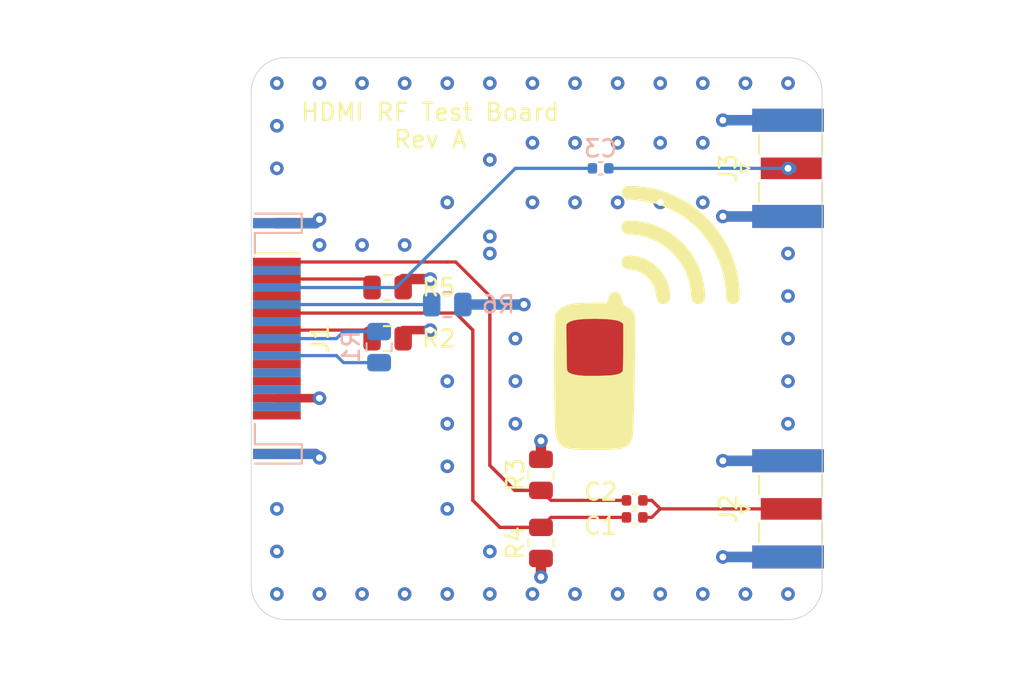
<source format=kicad_pcb>
(kicad_pcb (version 20171130) (host pcbnew 5.1.10-1.fc33)

  (general
    (thickness 1.6)
    (drawings 9)
    (tracks 130)
    (zones 0)
    (modules 13)
    (nets 22)
  )

  (page A4)
  (title_block
    (title "HDMI RF Test Fixture")
    (date 2021-08-29)
    (rev A)
    (company "Mobilinkd LLC")
  )

  (layers
    (0 F.Cu signal)
    (1 In1.Cu power hide)
    (2 In2.Cu power hide)
    (31 B.Cu signal)
    (32 B.Adhes user)
    (33 F.Adhes user)
    (34 B.Paste user)
    (35 F.Paste user)
    (36 B.SilkS user)
    (37 F.SilkS user)
    (38 B.Mask user)
    (39 F.Mask user)
    (40 Dwgs.User user)
    (41 Cmts.User user)
    (42 Eco1.User user)
    (43 Eco2.User user)
    (44 Edge.Cuts user)
    (45 Margin user)
    (46 B.CrtYd user)
    (47 F.CrtYd user)
    (48 B.Fab user)
    (49 F.Fab user)
  )

  (setup
    (last_trace_width 0.25)
    (user_trace_width 0.19)
    (user_trace_width 0.5)
    (user_trace_width 0.61)
    (trace_clearance 0.2)
    (zone_clearance 0.508)
    (zone_45_only no)
    (trace_min 0.15)
    (via_size 0.8)
    (via_drill 0.4)
    (via_min_size 0.4)
    (via_min_drill 0.3)
    (uvia_size 0.3)
    (uvia_drill 0.1)
    (uvias_allowed no)
    (uvia_min_size 0.2)
    (uvia_min_drill 0.1)
    (edge_width 0.05)
    (segment_width 0.2)
    (pcb_text_width 0.3)
    (pcb_text_size 1.5 1.5)
    (mod_edge_width 0.12)
    (mod_text_size 1 1)
    (mod_text_width 0.15)
    (pad_size 1.524 1.524)
    (pad_drill 0.762)
    (pad_to_mask_clearance 0)
    (aux_axis_origin 0 0)
    (visible_elements FFFFFF7F)
    (pcbplotparams
      (layerselection 0x010fc_ffffffff)
      (usegerberextensions false)
      (usegerberattributes true)
      (usegerberadvancedattributes true)
      (creategerberjobfile true)
      (excludeedgelayer true)
      (linewidth 0.100000)
      (plotframeref false)
      (viasonmask false)
      (mode 1)
      (useauxorigin false)
      (hpglpennumber 1)
      (hpglpenspeed 20)
      (hpglpendiameter 15.000000)
      (psnegative false)
      (psa4output false)
      (plotreference true)
      (plotvalue true)
      (plotinvisibletext false)
      (padsonsilk false)
      (subtractmaskfromsilk false)
      (outputformat 1)
      (mirror false)
      (drillshape 0)
      (scaleselection 1)
      (outputdirectory "Gerbers"))
  )

  (net 0 "")
  (net 1 "Net-(C1-Pad1)")
  (net 2 "Net-(C3-Pad2)")
  (net 3 "Net-(C3-Pad1)")
  (net 4 "Net-(J1-Pad18)")
  (net 5 "Net-(J1-Pad16)")
  (net 6 "Net-(J1-Pad14)")
  (net 7 "Net-(J1-Pad12)")
  (net 8 "Net-(J1-Pad10)")
  (net 9 "Net-(J1-Pad8)")
  (net 10 "Net-(J1-Pad6)")
  (net 11 "Net-(J1-Pad2)")
  (net 12 "Net-(J1-Pad19)")
  (net 13 GND)
  (net 14 "Net-(J1-Pad15)")
  (net 15 "Net-(J1-Pad13)")
  (net 16 "Net-(J1-Pad11)")
  (net 17 "Net-(J1-Pad9)")
  (net 18 "Net-(J1-Pad5)")
  (net 19 "Net-(J1-Pad3)")
  (net 20 /rfin+)
  (net 21 /rfin-)

  (net_class Default "This is the default net class."
    (clearance 0.2)
    (trace_width 0.25)
    (via_dia 0.8)
    (via_drill 0.4)
    (uvia_dia 0.3)
    (uvia_drill 0.1)
    (add_net /rfin+)
    (add_net /rfin-)
    (add_net GND)
    (add_net "Net-(C1-Pad1)")
    (add_net "Net-(C3-Pad1)")
    (add_net "Net-(C3-Pad2)")
    (add_net "Net-(J1-Pad10)")
    (add_net "Net-(J1-Pad11)")
    (add_net "Net-(J1-Pad12)")
    (add_net "Net-(J1-Pad13)")
    (add_net "Net-(J1-Pad14)")
    (add_net "Net-(J1-Pad15)")
    (add_net "Net-(J1-Pad16)")
    (add_net "Net-(J1-Pad18)")
    (add_net "Net-(J1-Pad19)")
    (add_net "Net-(J1-Pad2)")
    (add_net "Net-(J1-Pad3)")
    (add_net "Net-(J1-Pad5)")
    (add_net "Net-(J1-Pad6)")
    (add_net "Net-(J1-Pad8)")
    (add_net "Net-(J1-Pad9)")
  )

  (module serdes-rf-pmod:Mobilinkd_Logo locked (layer F.Cu) (tedit 5EB206C8) (tstamp 612C80E0)
    (at 140 84)
    (fp_text reference G1 (at 0 0) (layer F.SilkS) hide
      (effects (font (size 1.524 1.524) (thickness 0.3)))
    )
    (fp_text value LOGO (at 0.75 0) (layer F.SilkS) hide
      (effects (font (size 1.524 1.524) (thickness 0.3)))
    )
    (fp_poly (pts (xy -0.020434 -1.712979) (xy 0.07277 -1.671183) (xy 0.141089 -1.60933) (xy 0.151669 -1.593241)
      (xy 0.170656 -1.550801) (xy 0.19755 -1.47757) (xy 0.228887 -1.383533) (xy 0.261206 -1.278678)
      (xy 0.263765 -1.27) (xy 0.29954 -1.151911) (xy 0.330336 -1.066275) (xy 0.362268 -1.004692)
      (xy 0.40145 -0.958762) (xy 0.453997 -0.920082) (xy 0.526022 -0.880253) (xy 0.560041 -0.862933)
      (xy 0.726866 -0.760268) (xy 0.859432 -0.638937) (xy 0.955645 -0.50141) (xy 1.01341 -0.35016)
      (xy 1.01976 -0.320633) (xy 1.024182 -0.273887) (xy 1.027584 -0.187704) (xy 1.030014 -0.064966)
      (xy 1.031519 0.091443) (xy 1.032144 0.278643) (xy 1.031938 0.493749) (xy 1.030946 0.733878)
      (xy 1.029217 0.99615) (xy 1.026796 1.27768) (xy 1.023731 1.575586) (xy 1.020069 1.886986)
      (xy 1.015856 2.208996) (xy 1.011139 2.538735) (xy 1.005966 2.873319) (xy 1.000383 3.209866)
      (xy 0.994437 3.545493) (xy 0.988175 3.877318) (xy 0.981645 4.202458) (xy 0.974891 4.518031)
      (xy 0.967963 4.821153) (xy 0.960906 5.108942) (xy 0.953768 5.378515) (xy 0.946595 5.62699)
      (xy 0.939435 5.851484) (xy 0.932334 6.049115) (xy 0.925339 6.217) (xy 0.918497 6.352256)
      (xy 0.911855 6.452) (xy 0.909054 6.483431) (xy 0.877381 6.715727) (xy 0.830549 6.911384)
      (xy 0.765333 7.073513) (xy 0.678509 7.205221) (xy 0.566851 7.30962) (xy 0.427134 7.389818)
      (xy 0.256132 7.448925) (xy 0.050621 7.490051) (xy -0.159523 7.513687) (xy -0.240393 7.518357)
      (xy -0.35778 7.522317) (xy -0.505877 7.52557) (xy -0.678874 7.528119) (xy -0.870962 7.529965)
      (xy -1.076332 7.531111) (xy -1.289175 7.531559) (xy -1.503682 7.531313) (xy -1.714044 7.530375)
      (xy -1.914453 7.528747) (xy -2.099098 7.526432) (xy -2.262171 7.523432) (xy -2.397863 7.51975)
      (xy -2.500364 7.515388) (xy -2.541032 7.512655) (xy -2.785302 7.481965) (xy -2.993279 7.432742)
      (xy -3.167284 7.363808) (xy -3.309639 7.273981) (xy -3.422664 7.162083) (xy -3.50868 7.026933)
      (xy -3.512745 7.018654) (xy -3.55272 6.917169) (xy -3.591068 6.7852) (xy -3.624945 6.63458)
      (xy -3.651504 6.477142) (xy -3.660787 6.402917) (xy -3.666645 6.32817) (xy -3.672345 6.214365)
      (xy -3.677856 6.064777) (xy -3.683146 5.882681) (xy -3.688182 5.671352) (xy -3.692934 5.434066)
      (xy -3.697369 5.174096) (xy -3.701456 4.89472) (xy -3.705162 4.599211) (xy -3.708457 4.290844)
      (xy -3.711309 3.972896) (xy -3.713685 3.64864) (xy -3.715555 3.321352) (xy -3.716885 2.994306)
      (xy -3.717646 2.670779) (xy -3.717804 2.354046) (xy -3.717328 2.04738) (xy -3.716186 1.754058)
      (xy -3.714348 1.477354) (xy -3.71178 1.220543) (xy -3.711347 1.185334) (xy -3.698684 0.179917)
      (xy -3.012017 0.179917) (xy -2.997129 1.502834) (xy -2.993972 1.775254) (xy -2.991022 2.00856)
      (xy -2.98816 2.205969) (xy -2.985269 2.3707) (xy -2.982233 2.50597) (xy -2.978935 2.614997)
      (xy -2.975257 2.701) (xy -2.971082 2.767195) (xy -2.966294 2.8168) (xy -2.960776 2.853034)
      (xy -2.95441 2.879115) (xy -2.947079 2.89826) (xy -2.946328 2.899834) (xy -2.890501 2.969894)
      (xy -2.795189 3.030695) (xy -2.659958 3.082382) (xy -2.484372 3.125104) (xy -2.267998 3.159007)
      (xy -2.137833 3.173334) (xy -2.039208 3.180059) (xy -1.907944 3.184823) (xy -1.750813 3.187725)
      (xy -1.574589 3.188865) (xy -1.386045 3.188345) (xy -1.191951 3.186263) (xy -0.999082 3.18272)
      (xy -0.81421 3.177817) (xy -0.644107 3.171654) (xy -0.495546 3.16433) (xy -0.375299 3.155947)
      (xy -0.290139 3.146604) (xy -0.28575 3.145929) (xy -0.18497 3.129015) (xy -0.090216 3.111324)
      (xy -0.015689 3.095585) (xy 0.010584 3.089014) (xy 0.102144 3.055699) (xy 0.187294 3.011028)
      (xy 0.254976 2.961932) (xy 0.294137 2.915343) (xy 0.296601 2.909713) (xy 0.301422 2.876616)
      (xy 0.306065 2.806023) (xy 0.310492 2.702335) (xy 0.314665 2.569953) (xy 0.318546 2.413279)
      (xy 0.322098 2.236716) (xy 0.325283 2.044663) (xy 0.328062 1.841524) (xy 0.330399 1.631699)
      (xy 0.332255 1.41959) (xy 0.333593 1.209599) (xy 0.334374 1.006127) (xy 0.334561 0.813576)
      (xy 0.334116 0.636348) (xy 0.333001 0.478844) (xy 0.331179 0.345466) (xy 0.328611 0.240615)
      (xy 0.32526 0.168692) (xy 0.321088 0.134101) (xy 0.320462 0.132535) (xy 0.279152 0.086152)
      (xy 0.208189 0.036143) (xy 0.119 -0.01089) (xy 0.023011 -0.048348) (xy -0.008626 -0.057592)
      (xy -0.155849 -0.088721) (xy -0.338248 -0.11471) (xy -0.548967 -0.135457) (xy -0.781149 -0.150859)
      (xy -1.027938 -0.160813) (xy -1.282478 -0.165218) (xy -1.537911 -0.163969) (xy -1.787383 -0.156966)
      (xy -2.024036 -0.144105) (xy -2.241013 -0.125283) (xy -2.431459 -0.100398) (xy -2.467473 -0.094387)
      (xy -2.628138 -0.057816) (xy -2.767804 -0.008986) (xy -2.879433 0.049102) (xy -2.955989 0.113444)
      (xy -2.95681 0.114413) (xy -3.012017 0.179917) (xy -3.698684 0.179917) (xy -3.692018 -0.34925)
      (xy -3.64082 -0.455083) (xy -3.557051 -0.58597) (xy -3.438866 -0.709496) (xy -3.294182 -0.818359)
      (xy -3.174162 -0.885451) (xy -3.061905 -0.93476) (xy -2.942039 -0.976776) (xy -2.81047 -1.012021)
      (xy -2.663107 -1.041019) (xy -2.495855 -1.064294) (xy -2.304621 -1.082367) (xy -2.085312 -1.095763)
      (xy -1.833835 -1.105004) (xy -1.546096 -1.110613) (xy -1.400563 -1.112117) (xy -1.224567 -1.113704)
      (xy -1.062414 -1.115526) (xy -0.918856 -1.117502) (xy -0.798643 -1.119552) (xy -0.706524 -1.121593)
      (xy -0.64725 -1.123546) (xy -0.625574 -1.125325) (xy -0.616903 -1.147123) (xy -0.598141 -1.200493)
      (xy -0.57229 -1.27675) (xy -0.549942 -1.344083) (xy -0.509746 -1.46173) (xy -0.476075 -1.546221)
      (xy -0.444255 -1.605223) (xy -0.40961 -1.646405) (xy -0.367466 -1.677435) (xy -0.336276 -1.694552)
      (xy -0.236266 -1.727012) (xy -0.127216 -1.732372) (xy -0.020434 -1.712979)) (layer F.SilkS) (width 0.01))
    (fp_poly (pts (xy 0.794979 -3.873329) (xy 0.836084 -3.870396) (xy 1.152095 -3.825419) (xy 1.455115 -3.740472)
      (xy 1.743249 -3.616435) (xy 2.014606 -3.454189) (xy 2.267292 -3.254616) (xy 2.371898 -3.155379)
      (xy 2.587208 -2.911713) (xy 2.764012 -2.650476) (xy 2.902443 -2.371395) (xy 3.002634 -2.074197)
      (xy 3.064716 -1.758609) (xy 3.070076 -1.71552) (xy 3.083837 -1.539148) (xy 3.079539 -1.397049)
      (xy 3.056791 -1.285027) (xy 3.022826 -1.2106) (xy 2.945099 -1.122744) (xy 2.842161 -1.060605)
      (xy 2.725524 -1.028831) (xy 2.606696 -1.032071) (xy 2.589915 -1.035736) (xy 2.490434 -1.06998)
      (xy 2.412583 -1.121514) (xy 2.353039 -1.195532) (xy 2.30848 -1.297224) (xy 2.275583 -1.431781)
      (xy 2.256682 -1.556465) (xy 2.239926 -1.670698) (xy 2.219179 -1.78359) (xy 2.197342 -1.880559)
      (xy 2.181077 -1.93675) (xy 2.075491 -2.180614) (xy 1.937136 -2.399846) (xy 1.769106 -2.591964)
      (xy 1.574498 -2.754487) (xy 1.356405 -2.884935) (xy 1.117923 -2.980825) (xy 0.862146 -3.039677)
      (xy 0.794394 -3.048474) (xy 0.700613 -3.05937) (xy 0.615814 -3.070264) (xy 0.553981 -3.079324)
      (xy 0.53975 -3.08184) (xy 0.428851 -3.122729) (xy 0.340725 -3.193007) (xy 0.277494 -3.285106)
      (xy 0.241282 -3.391459) (xy 0.234212 -3.504499) (xy 0.258408 -3.616659) (xy 0.315994 -3.720371)
      (xy 0.34981 -3.758757) (xy 0.413006 -3.813197) (xy 0.480423 -3.849878) (xy 0.560759 -3.870795)
      (xy 0.662711 -3.877947) (xy 0.794979 -3.873329)) (layer F.SilkS) (width 0.01))
    (fp_poly (pts (xy 0.875956 -5.923401) (xy 1.052938 -5.911379) (xy 1.242751 -5.889552) (xy 1.439801 -5.858221)
      (xy 1.638494 -5.817683) (xy 1.725084 -5.796986) (xy 2.143783 -5.670791) (xy 2.543426 -5.507362)
      (xy 2.922303 -5.308082) (xy 3.278704 -5.074334) (xy 3.610919 -4.807499) (xy 3.917237 -4.50896)
      (xy 4.195948 -4.180101) (xy 4.445343 -3.822303) (xy 4.66371 -3.436949) (xy 4.677062 -3.410434)
      (xy 4.81155 -3.106431) (xy 4.92582 -2.776988) (xy 5.017011 -2.433684) (xy 5.082263 -2.088101)
      (xy 5.118715 -1.751819) (xy 5.125154 -1.596394) (xy 5.126264 -1.483896) (xy 5.124163 -1.40338)
      (xy 5.117588 -1.34454) (xy 5.105273 -1.297069) (xy 5.085954 -1.250662) (xy 5.081599 -1.241553)
      (xy 5.01411 -1.147963) (xy 4.918908 -1.077765) (xy 4.806199 -1.035532) (xy 4.68619 -1.025834)
      (xy 4.622053 -1.035708) (xy 4.51857 -1.0808) (xy 4.426726 -1.15772) (xy 4.380461 -1.218764)
      (xy 4.360926 -1.257147) (xy 4.345279 -1.306308) (xy 4.332078 -1.37386) (xy 4.319882 -1.467414)
      (xy 4.307249 -1.594585) (xy 4.305386 -1.61526) (xy 4.289818 -1.781119) (xy 4.275127 -1.9152)
      (xy 4.259689 -2.027984) (xy 4.24188 -2.129953) (xy 4.220076 -2.231586) (xy 4.192653 -2.343367)
      (xy 4.192448 -2.344167) (xy 4.076867 -2.712395) (xy 3.924222 -3.063174) (xy 3.736959 -3.394176)
      (xy 3.517527 -3.703075) (xy 3.268372 -3.987545) (xy 2.991943 -4.24526) (xy 2.690687 -4.473893)
      (xy 2.367051 -4.671117) (xy 2.023483 -4.834607) (xy 1.662431 -4.962036) (xy 1.359136 -5.037163)
      (xy 1.247553 -5.056691) (xy 1.112096 -5.075903) (xy 0.971176 -5.092386) (xy 0.86172 -5.102382)
      (xy 0.71471 -5.11483) (xy 0.602813 -5.128081) (xy 0.518822 -5.144054) (xy 0.455531 -5.164665)
      (xy 0.405733 -5.191832) (xy 0.362221 -5.227472) (xy 0.351202 -5.238209) (xy 0.277425 -5.336858)
      (xy 0.240836 -5.450484) (xy 0.239226 -5.580318) (xy 0.268702 -5.701725) (xy 0.332015 -5.80077)
      (xy 0.408193 -5.867458) (xy 0.477922 -5.897647) (xy 0.582854 -5.916834) (xy 0.717396 -5.925319)
      (xy 0.875956 -5.923401)) (layer F.SilkS) (width 0.01))
    (fp_poly (pts (xy 0.855647 -7.964331) (xy 1.343042 -7.93677) (xy 1.829713 -7.868134) (xy 2.312689 -7.75962)
      (xy 2.788997 -7.612429) (xy 3.255667 -7.427757) (xy 3.709727 -7.206804) (xy 4.148203 -6.950768)
      (xy 4.568126 -6.660848) (xy 4.966522 -6.33824) (xy 5.031907 -6.280222) (xy 5.387096 -5.933835)
      (xy 5.714402 -5.559783) (xy 6.012336 -5.161293) (xy 6.279406 -4.741595) (xy 6.514122 -4.303916)
      (xy 6.714993 -3.851486) (xy 6.880529 -3.387533) (xy 7.009238 -2.915286) (xy 7.099631 -2.437972)
      (xy 7.150216 -1.958821) (xy 7.160868 -1.669091) (xy 7.164917 -1.274433) (xy 7.099173 -1.192841)
      (xy 7.000314 -1.099331) (xy 6.886598 -1.042419) (xy 6.76375 -1.024227) (xy 6.675219 -1.035708)
      (xy 6.574128 -1.078979) (xy 6.483322 -1.151147) (xy 6.414495 -1.241077) (xy 6.384638 -1.312333)
      (xy 6.378547 -1.351142) (xy 6.370989 -1.423607) (xy 6.362722 -1.521107) (xy 6.354506 -1.635023)
      (xy 6.350141 -1.703916) (xy 6.339724 -1.847636) (xy 6.325509 -2.003193) (xy 6.3092 -2.153808)
      (xy 6.292503 -2.282704) (xy 6.28884 -2.307166) (xy 6.194346 -2.783007) (xy 6.061444 -3.243778)
      (xy 5.891901 -3.68772) (xy 5.687484 -4.113077) (xy 5.449959 -4.518093) (xy 5.181093 -4.901009)
      (xy 4.882653 -5.260069) (xy 4.556405 -5.593515) (xy 4.204117 -5.899592) (xy 3.827556 -6.17654)
      (xy 3.428487 -6.422604) (xy 3.008678 -6.636026) (xy 2.569895 -6.81505) (xy 2.113905 -6.957917)
      (xy 1.642476 -7.062871) (xy 1.480302 -7.089411) (xy 1.349159 -7.106746) (xy 1.193835 -7.123879)
      (xy 1.032451 -7.138989) (xy 0.883129 -7.150253) (xy 0.862616 -7.151515) (xy 0.711504 -7.162091)
      (xy 0.595461 -7.175106) (xy 0.507223 -7.192914) (xy 0.439524 -7.217868) (xy 0.3851 -7.252324)
      (xy 0.336687 -7.298634) (xy 0.309372 -7.330773) (xy 0.268604 -7.391479) (xy 0.246519 -7.457146)
      (xy 0.236994 -7.534479) (xy 0.245096 -7.670722) (xy 0.290229 -7.786949) (xy 0.37196 -7.882207)
      (xy 0.4066 -7.908679) (xy 0.494211 -7.96925) (xy 0.855647 -7.964331)) (layer F.SilkS) (width 0.01))
    (fp_poly (pts (xy -1.128129 0.328133) (xy -0.929701 0.328377) (xy -0.766328 0.328956) (xy -0.634369 0.330011)
      (xy -0.530184 0.331683) (xy -0.450135 0.334114) (xy -0.39058 0.337444) (xy -0.347881 0.341816)
      (xy -0.318399 0.347369) (xy -0.298492 0.354246) (xy -0.284522 0.362588) (xy -0.275222 0.370367)
      (xy -0.250931 0.392328) (xy -0.230275 0.413065) (xy -0.21294 0.436017) (xy -0.198612 0.464628)
      (xy -0.186977 0.502339) (xy -0.177723 0.552591) (xy -0.170536 0.618828) (xy -0.165103 0.704489)
      (xy -0.161109 0.813019) (xy -0.158242 0.947857) (xy -0.156187 1.112446) (xy -0.154633 1.310228)
      (xy -0.153264 1.544645) (xy -0.152317 1.719792) (xy -0.145884 2.899834) (xy -0.592666 2.899834)
      (xy -0.592666 0.846667) (xy -1.143 0.846667) (xy -1.143 2.899834) (xy -1.5875 2.899834)
      (xy -1.5875 0.846667) (xy -2.137833 0.846667) (xy -2.137833 2.899834) (xy -2.561166 2.899834)
      (xy -2.561166 1.713449) (xy -2.561152 1.452762) (xy -2.560929 1.230987) (xy -2.560229 1.044705)
      (xy -2.55878 0.890495) (xy -2.556314 0.764937) (xy -2.552561 0.664611) (xy -2.547251 0.586096)
      (xy -2.540115 0.525971) (xy -2.530883 0.480817) (xy -2.519285 0.447213) (xy -2.505052 0.421738)
      (xy -2.487913 0.400973) (xy -2.4676 0.381497) (xy -2.455278 0.370367) (xy -2.443431 0.360759)
      (xy -2.428545 0.352728) (xy -2.406979 0.346133) (xy -2.375094 0.340832) (xy -2.32925 0.336684)
      (xy -2.265808 0.333549) (xy -2.181128 0.331284) (xy -2.071569 0.32975) (xy -1.933493 0.328803)
      (xy -1.76326 0.328305) (xy -1.55723 0.328112) (xy -1.36525 0.328084) (xy -1.128129 0.328133)) (layer F.Mask) (width 0.01))
  )

  (module Resistor_SMD:R_0805_2012Metric (layer B.Cu) (tedit 5F68FEEE) (tstamp 612C01D9)
    (at 130 83)
    (descr "Resistor SMD 0805 (2012 Metric), square (rectangular) end terminal, IPC_7351 nominal, (Body size source: IPC-SM-782 page 72, https://www.pcb-3d.com/wordpress/wp-content/uploads/ipc-sm-782a_amendment_1_and_2.pdf), generated with kicad-footprint-generator")
    (tags resistor)
    (path /612BEBB5)
    (attr smd)
    (fp_text reference R6 (at 3 0) (layer B.SilkS)
      (effects (font (size 1 1) (thickness 0.15)) (justify mirror))
    )
    (fp_text value 50R (at 0 -1.65) (layer B.Fab)
      (effects (font (size 1 1) (thickness 0.15)) (justify mirror))
    )
    (fp_line (start 1.68 -0.95) (end -1.68 -0.95) (layer B.CrtYd) (width 0.05))
    (fp_line (start 1.68 0.95) (end 1.68 -0.95) (layer B.CrtYd) (width 0.05))
    (fp_line (start -1.68 0.95) (end 1.68 0.95) (layer B.CrtYd) (width 0.05))
    (fp_line (start -1.68 -0.95) (end -1.68 0.95) (layer B.CrtYd) (width 0.05))
    (fp_line (start -0.227064 -0.735) (end 0.227064 -0.735) (layer B.SilkS) (width 0.12))
    (fp_line (start -0.227064 0.735) (end 0.227064 0.735) (layer B.SilkS) (width 0.12))
    (fp_line (start 1 -0.625) (end -1 -0.625) (layer B.Fab) (width 0.1))
    (fp_line (start 1 0.625) (end 1 -0.625) (layer B.Fab) (width 0.1))
    (fp_line (start -1 0.625) (end 1 0.625) (layer B.Fab) (width 0.1))
    (fp_line (start -1 -0.625) (end -1 0.625) (layer B.Fab) (width 0.1))
    (fp_text user %R (at 0 0) (layer B.Fab)
      (effects (font (size 0.5 0.5) (thickness 0.08)) (justify mirror))
    )
    (pad 2 smd roundrect (at 0.9125 0) (size 1.025 1.4) (layers B.Cu B.Paste B.Mask) (roundrect_rratio 0.2439014634146341)
      (net 13 GND))
    (pad 1 smd roundrect (at -0.9125 0) (size 1.025 1.4) (layers B.Cu B.Paste B.Mask) (roundrect_rratio 0.2439014634146341)
      (net 10 "Net-(J1-Pad6)"))
    (model ${KISYS3DMOD}/Resistor_SMD.3dshapes/R_0805_2012Metric.wrl
      (at (xyz 0 0 0))
      (scale (xyz 1 1 1))
      (rotate (xyz 0 0 0))
    )
  )

  (module Resistor_SMD:R_0805_2012Metric (layer F.Cu) (tedit 5F68FEEE) (tstamp 612BE19A)
    (at 126.5 82)
    (descr "Resistor SMD 0805 (2012 Metric), square (rectangular) end terminal, IPC_7351 nominal, (Body size source: IPC-SM-782 page 72, https://www.pcb-3d.com/wordpress/wp-content/uploads/ipc-sm-782a_amendment_1_and_2.pdf), generated with kicad-footprint-generator")
    (tags resistor)
    (path /612C2300)
    (attr smd)
    (fp_text reference R5 (at 3 0) (layer F.SilkS)
      (effects (font (size 1 1) (thickness 0.15)))
    )
    (fp_text value 50R (at 0 1.65) (layer F.Fab)
      (effects (font (size 1 1) (thickness 0.15)))
    )
    (fp_line (start 1.68 0.95) (end -1.68 0.95) (layer F.CrtYd) (width 0.05))
    (fp_line (start 1.68 -0.95) (end 1.68 0.95) (layer F.CrtYd) (width 0.05))
    (fp_line (start -1.68 -0.95) (end 1.68 -0.95) (layer F.CrtYd) (width 0.05))
    (fp_line (start -1.68 0.95) (end -1.68 -0.95) (layer F.CrtYd) (width 0.05))
    (fp_line (start -0.227064 0.735) (end 0.227064 0.735) (layer F.SilkS) (width 0.12))
    (fp_line (start -0.227064 -0.735) (end 0.227064 -0.735) (layer F.SilkS) (width 0.12))
    (fp_line (start 1 0.625) (end -1 0.625) (layer F.Fab) (width 0.1))
    (fp_line (start 1 -0.625) (end 1 0.625) (layer F.Fab) (width 0.1))
    (fp_line (start -1 -0.625) (end 1 -0.625) (layer F.Fab) (width 0.1))
    (fp_line (start -1 0.625) (end -1 -0.625) (layer F.Fab) (width 0.1))
    (fp_text user %R (at 0 0) (layer F.Fab)
      (effects (font (size 0.5 0.5) (thickness 0.08)))
    )
    (pad 2 smd roundrect (at 0.9125 0) (size 1.025 1.4) (layers F.Cu F.Paste F.Mask) (roundrect_rratio 0.2439014634146341)
      (net 13 GND))
    (pad 1 smd roundrect (at -0.9125 0) (size 1.025 1.4) (layers F.Cu F.Paste F.Mask) (roundrect_rratio 0.2439014634146341)
      (net 19 "Net-(J1-Pad3)"))
    (model ${KISYS3DMOD}/Resistor_SMD.3dshapes/R_0805_2012Metric.wrl
      (at (xyz 0 0 0))
      (scale (xyz 1 1 1))
      (rotate (xyz 0 0 0))
    )
  )

  (module Resistor_SMD:R_0805_2012Metric (layer F.Cu) (tedit 5F68FEEE) (tstamp 612BEB46)
    (at 135.5 97 270)
    (descr "Resistor SMD 0805 (2012 Metric), square (rectangular) end terminal, IPC_7351 nominal, (Body size source: IPC-SM-782 page 72, https://www.pcb-3d.com/wordpress/wp-content/uploads/ipc-sm-782a_amendment_1_and_2.pdf), generated with kicad-footprint-generator")
    (tags resistor)
    (path /61272274)
    (attr smd)
    (fp_text reference R4 (at 0 1.5 90) (layer F.SilkS)
      (effects (font (size 1 1) (thickness 0.15)))
    )
    (fp_text value 50R (at 0 1.65 90) (layer F.Fab)
      (effects (font (size 1 1) (thickness 0.15)))
    )
    (fp_line (start 1.68 0.95) (end -1.68 0.95) (layer F.CrtYd) (width 0.05))
    (fp_line (start 1.68 -0.95) (end 1.68 0.95) (layer F.CrtYd) (width 0.05))
    (fp_line (start -1.68 -0.95) (end 1.68 -0.95) (layer F.CrtYd) (width 0.05))
    (fp_line (start -1.68 0.95) (end -1.68 -0.95) (layer F.CrtYd) (width 0.05))
    (fp_line (start -0.227064 0.735) (end 0.227064 0.735) (layer F.SilkS) (width 0.12))
    (fp_line (start -0.227064 -0.735) (end 0.227064 -0.735) (layer F.SilkS) (width 0.12))
    (fp_line (start 1 0.625) (end -1 0.625) (layer F.Fab) (width 0.1))
    (fp_line (start 1 -0.625) (end 1 0.625) (layer F.Fab) (width 0.1))
    (fp_line (start -1 -0.625) (end 1 -0.625) (layer F.Fab) (width 0.1))
    (fp_line (start -1 0.625) (end -1 -0.625) (layer F.Fab) (width 0.1))
    (fp_text user %R (at 0 0 90) (layer F.Fab)
      (effects (font (size 0.5 0.5) (thickness 0.08)))
    )
    (pad 2 smd roundrect (at 0.9125 0 270) (size 1.025 1.4) (layers F.Cu F.Paste F.Mask) (roundrect_rratio 0.2439014634146341)
      (net 13 GND))
    (pad 1 smd roundrect (at -0.9125 0 270) (size 1.025 1.4) (layers F.Cu F.Paste F.Mask) (roundrect_rratio 0.2439014634146341)
      (net 21 /rfin-))
    (model ${KISYS3DMOD}/Resistor_SMD.3dshapes/R_0805_2012Metric.wrl
      (at (xyz 0 0 0))
      (scale (xyz 1 1 1))
      (rotate (xyz 0 0 0))
    )
  )

  (module Resistor_SMD:R_0805_2012Metric (layer F.Cu) (tedit 5F68FEEE) (tstamp 612BF390)
    (at 135.5 93 90)
    (descr "Resistor SMD 0805 (2012 Metric), square (rectangular) end terminal, IPC_7351 nominal, (Body size source: IPC-SM-782 page 72, https://www.pcb-3d.com/wordpress/wp-content/uploads/ipc-sm-782a_amendment_1_and_2.pdf), generated with kicad-footprint-generator")
    (tags resistor)
    (path /612C865F)
    (attr smd)
    (fp_text reference R3 (at 0 -1.5 90) (layer F.SilkS)
      (effects (font (size 1 1) (thickness 0.15)))
    )
    (fp_text value 50R (at 0 -1.5 90) (layer F.Fab)
      (effects (font (size 1 1) (thickness 0.15)))
    )
    (fp_line (start 1.68 0.95) (end -1.68 0.95) (layer F.CrtYd) (width 0.05))
    (fp_line (start 1.68 -0.95) (end 1.68 0.95) (layer F.CrtYd) (width 0.05))
    (fp_line (start -1.68 -0.95) (end 1.68 -0.95) (layer F.CrtYd) (width 0.05))
    (fp_line (start -1.68 0.95) (end -1.68 -0.95) (layer F.CrtYd) (width 0.05))
    (fp_line (start -0.227064 0.735) (end 0.227064 0.735) (layer F.SilkS) (width 0.12))
    (fp_line (start -0.227064 -0.735) (end 0.227064 -0.735) (layer F.SilkS) (width 0.12))
    (fp_line (start 1 0.625) (end -1 0.625) (layer F.Fab) (width 0.1))
    (fp_line (start 1 -0.625) (end 1 0.625) (layer F.Fab) (width 0.1))
    (fp_line (start -1 -0.625) (end 1 -0.625) (layer F.Fab) (width 0.1))
    (fp_line (start -1 0.625) (end -1 -0.625) (layer F.Fab) (width 0.1))
    (fp_text user %R (at 0 0 90) (layer F.Fab)
      (effects (font (size 0.5 0.5) (thickness 0.08)))
    )
    (pad 2 smd roundrect (at 0.9125 0 90) (size 1.025 1.4) (layers F.Cu F.Paste F.Mask) (roundrect_rratio 0.2439014634146341)
      (net 13 GND))
    (pad 1 smd roundrect (at -0.9125 0 90) (size 1.025 1.4) (layers F.Cu F.Paste F.Mask) (roundrect_rratio 0.2439014634146341)
      (net 20 /rfin+))
    (model ${KISYS3DMOD}/Resistor_SMD.3dshapes/R_0805_2012Metric.wrl
      (at (xyz 0 0 0))
      (scale (xyz 1 1 1))
      (rotate (xyz 0 0 0))
    )
  )

  (module Resistor_SMD:R_0805_2012Metric (layer F.Cu) (tedit 5F68FEEE) (tstamp 612BE167)
    (at 126.5 85)
    (descr "Resistor SMD 0805 (2012 Metric), square (rectangular) end terminal, IPC_7351 nominal, (Body size source: IPC-SM-782 page 72, https://www.pcb-3d.com/wordpress/wp-content/uploads/ipc-sm-782a_amendment_1_and_2.pdf), generated with kicad-footprint-generator")
    (tags resistor)
    (path /61268ECB)
    (attr smd)
    (fp_text reference R2 (at 3 0) (layer F.SilkS)
      (effects (font (size 1 1) (thickness 0.15)))
    )
    (fp_text value 50R (at 0 1.65) (layer F.Fab)
      (effects (font (size 1 1) (thickness 0.15)))
    )
    (fp_line (start 1.68 0.95) (end -1.68 0.95) (layer F.CrtYd) (width 0.05))
    (fp_line (start 1.68 -0.95) (end 1.68 0.95) (layer F.CrtYd) (width 0.05))
    (fp_line (start -1.68 -0.95) (end 1.68 -0.95) (layer F.CrtYd) (width 0.05))
    (fp_line (start -1.68 0.95) (end -1.68 -0.95) (layer F.CrtYd) (width 0.05))
    (fp_line (start -0.227064 0.735) (end 0.227064 0.735) (layer F.SilkS) (width 0.12))
    (fp_line (start -0.227064 -0.735) (end 0.227064 -0.735) (layer F.SilkS) (width 0.12))
    (fp_line (start 1 0.625) (end -1 0.625) (layer F.Fab) (width 0.1))
    (fp_line (start 1 -0.625) (end 1 0.625) (layer F.Fab) (width 0.1))
    (fp_line (start -1 -0.625) (end 1 -0.625) (layer F.Fab) (width 0.1))
    (fp_line (start -1 0.625) (end -1 -0.625) (layer F.Fab) (width 0.1))
    (fp_text user %R (at 0 0) (layer F.Fab)
      (effects (font (size 0.5 0.5) (thickness 0.08)))
    )
    (pad 2 smd roundrect (at 0.9125 0) (size 1.025 1.4) (layers F.Cu F.Paste F.Mask) (roundrect_rratio 0.2439014634146341)
      (net 13 GND))
    (pad 1 smd roundrect (at -0.9125 0) (size 1.025 1.4) (layers F.Cu F.Paste F.Mask) (roundrect_rratio 0.2439014634146341)
      (net 17 "Net-(J1-Pad9)"))
    (model ${KISYS3DMOD}/Resistor_SMD.3dshapes/R_0805_2012Metric.wrl
      (at (xyz 0 0 0))
      (scale (xyz 1 1 1))
      (rotate (xyz 0 0 0))
    )
  )

  (module Resistor_SMD:R_0805_2012Metric (layer B.Cu) (tedit 5F68FEEE) (tstamp 612BE156)
    (at 126 85.5 270)
    (descr "Resistor SMD 0805 (2012 Metric), square (rectangular) end terminal, IPC_7351 nominal, (Body size source: IPC-SM-782 page 72, https://www.pcb-3d.com/wordpress/wp-content/uploads/ipc-sm-782a_amendment_1_and_2.pdf), generated with kicad-footprint-generator")
    (tags resistor)
    (path /612C3B73)
    (attr smd)
    (fp_text reference R1 (at 0 1.65 270) (layer B.SilkS)
      (effects (font (size 1 1) (thickness 0.15)) (justify mirror))
    )
    (fp_text value 50R (at 0 -1.65 270) (layer B.Fab)
      (effects (font (size 1 1) (thickness 0.15)) (justify mirror))
    )
    (fp_line (start 1.68 -0.95) (end -1.68 -0.95) (layer B.CrtYd) (width 0.05))
    (fp_line (start 1.68 0.95) (end 1.68 -0.95) (layer B.CrtYd) (width 0.05))
    (fp_line (start -1.68 0.95) (end 1.68 0.95) (layer B.CrtYd) (width 0.05))
    (fp_line (start -1.68 -0.95) (end -1.68 0.95) (layer B.CrtYd) (width 0.05))
    (fp_line (start -0.227064 -0.735) (end 0.227064 -0.735) (layer B.SilkS) (width 0.12))
    (fp_line (start -0.227064 0.735) (end 0.227064 0.735) (layer B.SilkS) (width 0.12))
    (fp_line (start 1 -0.625) (end -1 -0.625) (layer B.Fab) (width 0.1))
    (fp_line (start 1 0.625) (end 1 -0.625) (layer B.Fab) (width 0.1))
    (fp_line (start -1 0.625) (end 1 0.625) (layer B.Fab) (width 0.1))
    (fp_line (start -1 -0.625) (end -1 0.625) (layer B.Fab) (width 0.1))
    (fp_text user %R (at 0 0 270) (layer B.Fab)
      (effects (font (size 0.5 0.5) (thickness 0.08)) (justify mirror))
    )
    (pad 2 smd roundrect (at 0.9125 0 270) (size 1.025 1.4) (layers B.Cu B.Paste B.Mask) (roundrect_rratio 0.2439014634146341)
      (net 7 "Net-(J1-Pad12)"))
    (pad 1 smd roundrect (at -0.9125 0 270) (size 1.025 1.4) (layers B.Cu B.Paste B.Mask) (roundrect_rratio 0.2439014634146341)
      (net 8 "Net-(J1-Pad10)"))
    (model ${KISYS3DMOD}/Resistor_SMD.3dshapes/R_0805_2012Metric.wrl
      (at (xyz 0 0 0))
      (scale (xyz 1 1 1))
      (rotate (xyz 0 0 0))
    )
  )

  (module Connector_Coaxial:SMA_Samtec_SMA-J-P-X-ST-EM1_EdgeMount (layer F.Cu) (tedit 5DAA3454) (tstamp 612BE145)
    (at 150 75 90)
    (descr "Connector SMA, 0Hz to 20GHz, 50Ohm, Edge Mount (http://suddendocs.samtec.com/prints/sma-j-p-x-st-em1-mkt.pdf)")
    (tags "SMA Straight Samtec Edge Mount")
    (path /61274BE5)
    (attr smd)
    (fp_text reference J3 (at 0 -3.5 90) (layer F.SilkS)
      (effects (font (size 1 1) (thickness 0.15)))
    )
    (fp_text value SMA (at 0 13 90) (layer F.Fab)
      (effects (font (size 1 1) (thickness 0.15)))
    )
    (fp_line (start 0.84 -1.71) (end 1.95 -1.71) (layer F.SilkS) (width 0.12))
    (fp_line (start -1.95 -1.71) (end -0.84 -1.71) (layer F.SilkS) (width 0.12))
    (fp_line (start 0.84 2) (end 1.95 2) (layer F.SilkS) (width 0.12))
    (fp_line (start -1.95 2) (end -0.84 2) (layer F.SilkS) (width 0.12))
    (fp_line (start 3.68 2.6) (end 3.68 12.12) (layer B.CrtYd) (width 0.05))
    (fp_line (start 4 2.6) (end 3.68 2.6) (layer B.CrtYd) (width 0.05))
    (fp_line (start -3.68 12.12) (end -3.68 2.6) (layer B.CrtYd) (width 0.05))
    (fp_line (start -3.68 2.6) (end -4 2.6) (layer B.CrtYd) (width 0.05))
    (fp_line (start 3.68 2.6) (end 3.68 12.12) (layer F.CrtYd) (width 0.05))
    (fp_line (start 3.68 2.6) (end 4 2.6) (layer F.CrtYd) (width 0.05))
    (fp_line (start -3.68 12.12) (end -3.68 2.6) (layer F.CrtYd) (width 0.05))
    (fp_line (start -3.68 2.6) (end -4 2.6) (layer F.CrtYd) (width 0.05))
    (fp_line (start 4.1 2.1) (end -4.1 2.1) (layer Dwgs.User) (width 0.1))
    (fp_line (start -3.175 -1.71) (end -3.175 11.62) (layer F.Fab) (width 0.1))
    (fp_line (start -2.365 -1.71) (end -3.175 -1.71) (layer F.Fab) (width 0.1))
    (fp_line (start -2.365 2.1) (end -2.365 -1.71) (layer F.Fab) (width 0.1))
    (fp_line (start 2.365 2.1) (end -2.365 2.1) (layer F.Fab) (width 0.1))
    (fp_line (start 2.365 -1.71) (end 2.365 2.1) (layer F.Fab) (width 0.1))
    (fp_line (start 3.175 -1.71) (end 2.365 -1.71) (layer F.Fab) (width 0.1))
    (fp_line (start 3.175 -1.71) (end 3.175 11.62) (layer F.Fab) (width 0.1))
    (fp_line (start 3.165 11.62) (end -3.165 11.62) (layer F.Fab) (width 0.1))
    (fp_line (start -4 -2.6) (end 4 -2.6) (layer B.CrtYd) (width 0.05))
    (fp_line (start -4 2.6) (end -4 -2.6) (layer B.CrtYd) (width 0.05))
    (fp_line (start 3.68 12.12) (end -3.68 12.12) (layer B.CrtYd) (width 0.05))
    (fp_line (start 4 2.6) (end 4 -2.6) (layer B.CrtYd) (width 0.05))
    (fp_line (start -4 -2.6) (end 4 -2.6) (layer F.CrtYd) (width 0.05))
    (fp_line (start -4 2.6) (end -4 -2.6) (layer F.CrtYd) (width 0.05))
    (fp_line (start 3.68 12.12) (end -3.68 12.12) (layer F.CrtYd) (width 0.05))
    (fp_line (start 4 2.6) (end 4 -2.6) (layer F.CrtYd) (width 0.05))
    (fp_line (start 0.64 2.1) (end 0 3.1) (layer F.Fab) (width 0.1))
    (fp_line (start 0 3.1) (end -0.64 2.1) (layer F.Fab) (width 0.1))
    (fp_line (start 0 -2.26) (end 0.25 -2.76) (layer F.SilkS) (width 0.12))
    (fp_line (start 0.25 -2.76) (end -0.25 -2.76) (layer F.SilkS) (width 0.12))
    (fp_line (start -0.25 -2.76) (end 0 -2.26) (layer F.SilkS) (width 0.12))
    (fp_text user "Board Thickness: 1.57mm" (at 0 -5.45 90) (layer Cmts.User)
      (effects (font (size 1 1) (thickness 0.15)))
    )
    (fp_text user "PCB Edge" (at 0 2.6 90) (layer Dwgs.User)
      (effects (font (size 0.5 0.5) (thickness 0.1)))
    )
    (fp_text user %R (at 0 4.79 270) (layer F.Fab)
      (effects (font (size 1 1) (thickness 0.15)))
    )
    (pad 1 smd rect (at 0 0.2 90) (size 1.27 3.6) (layers F.Cu F.Paste F.Mask)
      (net 3 "Net-(C3-Pad1)"))
    (pad 2 smd rect (at 2.825 0 90) (size 1.35 4.2) (layers F.Cu F.Paste F.Mask)
      (net 13 GND))
    (pad 2 smd rect (at -2.825 0 90) (size 1.35 4.2) (layers F.Cu F.Paste F.Mask)
      (net 13 GND))
    (pad 2 smd rect (at 2.825 0 90) (size 1.35 4.2) (layers B.Cu B.Paste B.Mask)
      (net 13 GND))
    (pad 2 smd rect (at -2.825 0 90) (size 1.35 4.2) (layers B.Cu B.Paste B.Mask)
      (net 13 GND))
    (model ${KIPRJMOD}/models/SMA-J-P-H-ST-EM1.stp
      (offset (xyz 0 -4 0.5))
      (scale (xyz 1 1 1))
      (rotate (xyz 0 -90 180))
    )
  )

  (module Connector_Coaxial:SMA_Samtec_SMA-J-P-X-ST-EM1_EdgeMount (layer F.Cu) (tedit 5DAA3454) (tstamp 612BE117)
    (at 150 95 90)
    (descr "Connector SMA, 0Hz to 20GHz, 50Ohm, Edge Mount (http://suddendocs.samtec.com/prints/sma-j-p-x-st-em1-mkt.pdf)")
    (tags "SMA Straight Samtec Edge Mount")
    (path /61266A15)
    (attr smd)
    (fp_text reference J2 (at 0 -3.5 90) (layer F.SilkS)
      (effects (font (size 1 1) (thickness 0.15)))
    )
    (fp_text value SMA (at 0 13 90) (layer F.Fab)
      (effects (font (size 1 1) (thickness 0.15)))
    )
    (fp_line (start 0.84 -1.71) (end 1.95 -1.71) (layer F.SilkS) (width 0.12))
    (fp_line (start -1.95 -1.71) (end -0.84 -1.71) (layer F.SilkS) (width 0.12))
    (fp_line (start 0.84 2) (end 1.95 2) (layer F.SilkS) (width 0.12))
    (fp_line (start -1.95 2) (end -0.84 2) (layer F.SilkS) (width 0.12))
    (fp_line (start 3.68 2.6) (end 3.68 12.12) (layer B.CrtYd) (width 0.05))
    (fp_line (start 4 2.6) (end 3.68 2.6) (layer B.CrtYd) (width 0.05))
    (fp_line (start -3.68 12.12) (end -3.68 2.6) (layer B.CrtYd) (width 0.05))
    (fp_line (start -3.68 2.6) (end -4 2.6) (layer B.CrtYd) (width 0.05))
    (fp_line (start 3.68 2.6) (end 3.68 12.12) (layer F.CrtYd) (width 0.05))
    (fp_line (start 3.68 2.6) (end 4 2.6) (layer F.CrtYd) (width 0.05))
    (fp_line (start -3.68 12.12) (end -3.68 2.6) (layer F.CrtYd) (width 0.05))
    (fp_line (start -3.68 2.6) (end -4 2.6) (layer F.CrtYd) (width 0.05))
    (fp_line (start 4.1 2.1) (end -4.1 2.1) (layer Dwgs.User) (width 0.1))
    (fp_line (start -3.175 -1.71) (end -3.175 11.62) (layer F.Fab) (width 0.1))
    (fp_line (start -2.365 -1.71) (end -3.175 -1.71) (layer F.Fab) (width 0.1))
    (fp_line (start -2.365 2.1) (end -2.365 -1.71) (layer F.Fab) (width 0.1))
    (fp_line (start 2.365 2.1) (end -2.365 2.1) (layer F.Fab) (width 0.1))
    (fp_line (start 2.365 -1.71) (end 2.365 2.1) (layer F.Fab) (width 0.1))
    (fp_line (start 3.175 -1.71) (end 2.365 -1.71) (layer F.Fab) (width 0.1))
    (fp_line (start 3.175 -1.71) (end 3.175 11.62) (layer F.Fab) (width 0.1))
    (fp_line (start 3.165 11.62) (end -3.165 11.62) (layer F.Fab) (width 0.1))
    (fp_line (start -4 -2.6) (end 4 -2.6) (layer B.CrtYd) (width 0.05))
    (fp_line (start -4 2.6) (end -4 -2.6) (layer B.CrtYd) (width 0.05))
    (fp_line (start 3.68 12.12) (end -3.68 12.12) (layer B.CrtYd) (width 0.05))
    (fp_line (start 4 2.6) (end 4 -2.6) (layer B.CrtYd) (width 0.05))
    (fp_line (start -4 -2.6) (end 4 -2.6) (layer F.CrtYd) (width 0.05))
    (fp_line (start -4 2.6) (end -4 -2.6) (layer F.CrtYd) (width 0.05))
    (fp_line (start 3.68 12.12) (end -3.68 12.12) (layer F.CrtYd) (width 0.05))
    (fp_line (start 4 2.6) (end 4 -2.6) (layer F.CrtYd) (width 0.05))
    (fp_line (start 0.64 2.1) (end 0 3.1) (layer F.Fab) (width 0.1))
    (fp_line (start 0 3.1) (end -0.64 2.1) (layer F.Fab) (width 0.1))
    (fp_line (start 0 -2.26) (end 0.25 -2.76) (layer F.SilkS) (width 0.12))
    (fp_line (start 0.25 -2.76) (end -0.25 -2.76) (layer F.SilkS) (width 0.12))
    (fp_line (start -0.25 -2.76) (end 0 -2.26) (layer F.SilkS) (width 0.12))
    (fp_text user "Board Thickness: 1.57mm" (at 0 -5.45 90) (layer Cmts.User)
      (effects (font (size 1 1) (thickness 0.15)))
    )
    (fp_text user "PCB Edge" (at 0 2.6 90) (layer Dwgs.User)
      (effects (font (size 0.5 0.5) (thickness 0.1)))
    )
    (fp_text user %R (at 0 4.79 270) (layer F.Fab)
      (effects (font (size 1 1) (thickness 0.15)))
    )
    (pad 1 smd rect (at 0 0.2 90) (size 1.27 3.6) (layers F.Cu F.Paste F.Mask)
      (net 1 "Net-(C1-Pad1)"))
    (pad 2 smd rect (at 2.825 0 90) (size 1.35 4.2) (layers F.Cu F.Paste F.Mask)
      (net 13 GND))
    (pad 2 smd rect (at -2.825 0 90) (size 1.35 4.2) (layers F.Cu F.Paste F.Mask)
      (net 13 GND))
    (pad 2 smd rect (at 2.825 0 90) (size 1.35 4.2) (layers B.Cu B.Paste B.Mask)
      (net 13 GND))
    (pad 2 smd rect (at -2.825 0 90) (size 1.35 4.2) (layers B.Cu B.Paste B.Mask)
      (net 13 GND))
    (model ${KIPRJMOD}/models/SMA-J-P-H-ST-EM1.stp
      (offset (xyz 0 -4 0.5))
      (scale (xyz 1 1 1))
      (rotate (xyz 0 -90 180))
    )
  )

  (module Connector_HDMI:HDMI_A_Contact_Technology_HDMI-19APL2_Horizontal (layer F.Cu) (tedit 5A58C3F8) (tstamp 612BE0E9)
    (at 120 85 270)
    (descr "HDMI Contact Technology Type A http://www.contactswitch.com/en/download.aspx?id=1449")
    (tags "HDMI Contact Technology Type A")
    (path /612739B6)
    (attr smd)
    (fp_text reference J1 (at -0.01 -2.53 90) (layer F.SilkS)
      (effects (font (size 1 1) (thickness 0.15)))
    )
    (fp_text value HDMI_A (at 0 15.4 90) (layer F.Fab)
      (effects (font (size 1 1) (thickness 0.15)))
    )
    (fp_line (start -7.45 14.5) (end -7.45 1.9) (layer F.CrtYd) (width 0.05))
    (fp_line (start -7.45 1.9) (end -7.58 1.9) (layer F.CrtYd) (width 0.05))
    (fp_line (start -7.58 1.9) (end -7.58 -1.7) (layer F.CrtYd) (width 0.05))
    (fp_line (start -7.45 14.5) (end 7.45 14.5) (layer F.CrtYd) (width 0.05))
    (fp_line (start 7.34 -1.46) (end 6.21 -1.46) (layer B.SilkS) (width 0.12))
    (fp_line (start 7.34 1.29) (end 7.34 -1.46) (layer B.SilkS) (width 0.12))
    (fp_line (start 6.21 -1.46) (end 6.21 1.29) (layer B.SilkS) (width 0.12))
    (fp_line (start 6.21 1.29) (end 5.01 1.29) (layer B.SilkS) (width 0.12))
    (fp_line (start -6.21 1.29) (end -5.01 1.29) (layer B.SilkS) (width 0.12))
    (fp_line (start -6.21 -1.46) (end -6.21 1.29) (layer B.SilkS) (width 0.12))
    (fp_line (start -7.34 -1.46) (end -6.21 -1.46) (layer B.SilkS) (width 0.12))
    (fp_line (start -7.34 1.29) (end -7.34 -1.46) (layer B.SilkS) (width 0.12))
    (fp_line (start -6.21 1.29) (end -5.01 1.29) (layer F.SilkS) (width 0.12))
    (fp_line (start -6.21 -1.46) (end -6.21 1.29) (layer F.SilkS) (width 0.12))
    (fp_line (start 7.34 -1.46) (end 6.21 -1.46) (layer F.SilkS) (width 0.12))
    (fp_line (start -7.34 1.29) (end -7.34 -1.46) (layer F.SilkS) (width 0.12))
    (fp_line (start 6.95 -0.9) (end 6.6 -0.9) (layer F.Fab) (width 0.1))
    (fp_line (start 6.6 -0.9) (end 6.6 1.4) (layer F.Fab) (width 0.1))
    (fp_line (start 6.95 -0.9) (end 6.95 14) (layer F.Fab) (width 0.1))
    (fp_line (start -6.95 -0.9) (end -6.95 14) (layer F.Fab) (width 0.1))
    (fp_line (start -6.95 14) (end 6.95 14) (layer F.Fab) (width 0.1))
    (fp_line (start -6.95 -0.9) (end -6.6 -0.9) (layer F.Fab) (width 0.1))
    (fp_line (start -6.6 -0.9) (end -6.6 1.4) (layer F.Fab) (width 0.1))
    (fp_line (start -6.6 1.4) (end 6.6 1.4) (layer F.Fab) (width 0.1))
    (fp_line (start -6.95 1.4) (end 6.95 1.4) (layer Dwgs.User) (width 0.1))
    (fp_line (start 7.34 1.29) (end 7.34 -1.46) (layer F.SilkS) (width 0.12))
    (fp_line (start -7.34 -1.46) (end -6.21 -1.46) (layer F.SilkS) (width 0.12))
    (fp_line (start 6.21 -1.46) (end 6.21 1.29) (layer F.SilkS) (width 0.12))
    (fp_line (start 6.21 1.29) (end 5.01 1.29) (layer F.SilkS) (width 0.12))
    (fp_line (start -5.01 1.29) (end -5.01 -1.34) (layer F.SilkS) (width 0.12))
    (fp_line (start 7.45 14.5) (end 7.45 1.9) (layer F.CrtYd) (width 0.05))
    (fp_line (start 7.45 1.9) (end 7.58 1.9) (layer F.CrtYd) (width 0.05))
    (fp_line (start 7.58 1.9) (end 7.58 -1.7) (layer F.CrtYd) (width 0.05))
    (fp_line (start 7.58 -1.7) (end -7.58 -1.7) (layer F.CrtYd) (width 0.05))
    (fp_text user "PCB Edge" (at 0 2.2 90) (layer Dwgs.User)
      (effects (font (size 1 1) (thickness 0.15)))
    )
    (fp_text user %R (at -0.28 7.11 90) (layer F.Fab)
      (effects (font (size 1 1) (thickness 0.15)))
    )
    (pad SH smd rect (at 6.775 0.1 270) (size 0.6 2.6) (layers F.Cu F.Paste F.Mask)
      (net 13 GND))
    (pad SH smd rect (at -6.775 0.1 270) (size 0.6 2.6) (layers F.Cu F.Paste F.Mask)
      (net 13 GND))
    (pad SH smd rect (at 6.775 0.1 270) (size 0.6 2.6) (layers B.Cu B.Paste B.Mask)
      (net 13 GND))
    (pad SH smd rect (at -6.775 0.1 270) (size 0.6 2.6) (layers B.Cu B.Paste B.Mask)
      (net 13 GND))
    (pad 18 smd rect (at 4 0 270) (size 0.5 2.8) (layers B.Cu B.Paste B.Mask)
      (net 4 "Net-(J1-Pad18)"))
    (pad 16 smd rect (at 3 0 270) (size 0.5 2.8) (layers B.Cu B.Paste B.Mask)
      (net 5 "Net-(J1-Pad16)"))
    (pad 14 smd rect (at 2 0 270) (size 0.5 2.8) (layers B.Cu B.Paste B.Mask)
      (net 6 "Net-(J1-Pad14)"))
    (pad 12 smd rect (at 1 0 270) (size 0.5 2.8) (layers B.Cu B.Paste B.Mask)
      (net 7 "Net-(J1-Pad12)"))
    (pad 10 smd rect (at 0 0 270) (size 0.5 2.8) (layers B.Cu B.Paste B.Mask)
      (net 8 "Net-(J1-Pad10)"))
    (pad 8 smd rect (at -1 0 270) (size 0.5 2.8) (layers B.Cu B.Paste B.Mask)
      (net 9 "Net-(J1-Pad8)"))
    (pad 6 smd rect (at -2 0 270) (size 0.5 2.8) (layers B.Cu B.Paste B.Mask)
      (net 10 "Net-(J1-Pad6)"))
    (pad 4 smd rect (at -3 0 270) (size 0.5 2.8) (layers B.Cu B.Paste B.Mask)
      (net 2 "Net-(C3-Pad2)"))
    (pad 2 smd rect (at -4 0 270) (size 0.5 2.8) (layers B.Cu B.Paste B.Mask)
      (net 11 "Net-(J1-Pad2)"))
    (pad 19 smd rect (at 4.5 0 270) (size 0.5 2.8) (layers F.Cu F.Paste F.Mask)
      (net 12 "Net-(J1-Pad19)"))
    (pad 17 smd rect (at 3.5 0 270) (size 0.5 2.8) (layers F.Cu F.Paste F.Mask)
      (net 13 GND))
    (pad 15 smd rect (at 2.5 0 270) (size 0.5 2.8) (layers F.Cu F.Paste F.Mask)
      (net 14 "Net-(J1-Pad15)"))
    (pad 13 smd rect (at 1.5 0 270) (size 0.5 2.8) (layers F.Cu F.Paste F.Mask)
      (net 15 "Net-(J1-Pad13)"))
    (pad 11 smd rect (at 0.5 0 270) (size 0.5 2.8) (layers F.Cu F.Paste F.Mask)
      (net 16 "Net-(J1-Pad11)"))
    (pad 9 smd rect (at -0.5 0 270) (size 0.5 2.8) (layers F.Cu F.Paste F.Mask)
      (net 17 "Net-(J1-Pad9)"))
    (pad 7 smd rect (at -1.5 0 270) (size 0.5 2.8) (layers F.Cu F.Paste F.Mask)
      (net 21 /rfin-))
    (pad 5 smd rect (at -2.5 0 270) (size 0.5 2.8) (layers F.Cu F.Paste F.Mask)
      (net 18 "Net-(J1-Pad5)"))
    (pad 3 smd rect (at -3.5 0 270) (size 0.5 2.8) (layers F.Cu F.Paste F.Mask)
      (net 19 "Net-(J1-Pad3)"))
    (pad 1 smd rect (at -4.5 0 270) (size 0.5 2.8) (layers F.Cu F.Paste F.Mask)
      (net 20 /rfin+))
    (model ${KIPRJMOD}/models/HDMI_vertical.stp
      (offset (xyz 0 -1.5 0))
      (scale (xyz 1 1 1))
      (rotate (xyz -90 0 0))
    )
  )

  (module Capacitor_SMD:C_0402_1005Metric (layer B.Cu) (tedit 5F68FEEE) (tstamp 612BFF3F)
    (at 139 75 180)
    (descr "Capacitor SMD 0402 (1005 Metric), square (rectangular) end terminal, IPC_7351 nominal, (Body size source: IPC-SM-782 page 76, https://www.pcb-3d.com/wordpress/wp-content/uploads/ipc-sm-782a_amendment_1_and_2.pdf), generated with kicad-footprint-generator")
    (tags capacitor)
    (path /612D4570)
    (attr smd)
    (fp_text reference C3 (at 0 1.16) (layer B.SilkS)
      (effects (font (size 1 1) (thickness 0.15)) (justify mirror))
    )
    (fp_text value 10nF (at 0 -1.16) (layer B.Fab)
      (effects (font (size 1 1) (thickness 0.15)) (justify mirror))
    )
    (fp_line (start 0.91 -0.46) (end -0.91 -0.46) (layer B.CrtYd) (width 0.05))
    (fp_line (start 0.91 0.46) (end 0.91 -0.46) (layer B.CrtYd) (width 0.05))
    (fp_line (start -0.91 0.46) (end 0.91 0.46) (layer B.CrtYd) (width 0.05))
    (fp_line (start -0.91 -0.46) (end -0.91 0.46) (layer B.CrtYd) (width 0.05))
    (fp_line (start -0.107836 -0.36) (end 0.107836 -0.36) (layer B.SilkS) (width 0.12))
    (fp_line (start -0.107836 0.36) (end 0.107836 0.36) (layer B.SilkS) (width 0.12))
    (fp_line (start 0.5 -0.25) (end -0.5 -0.25) (layer B.Fab) (width 0.1))
    (fp_line (start 0.5 0.25) (end 0.5 -0.25) (layer B.Fab) (width 0.1))
    (fp_line (start -0.5 0.25) (end 0.5 0.25) (layer B.Fab) (width 0.1))
    (fp_line (start -0.5 -0.25) (end -0.5 0.25) (layer B.Fab) (width 0.1))
    (fp_text user %R (at 0 0) (layer B.Fab)
      (effects (font (size 0.25 0.25) (thickness 0.04)) (justify mirror))
    )
    (pad 2 smd roundrect (at 0.48 0 180) (size 0.56 0.62) (layers B.Cu B.Paste B.Mask) (roundrect_rratio 0.25)
      (net 2 "Net-(C3-Pad2)"))
    (pad 1 smd roundrect (at -0.48 0 180) (size 0.56 0.62) (layers B.Cu B.Paste B.Mask) (roundrect_rratio 0.25)
      (net 3 "Net-(C3-Pad1)"))
    (model ${KISYS3DMOD}/Capacitor_SMD.3dshapes/C_0402_1005Metric.wrl
      (at (xyz 0 0 0))
      (scale (xyz 1 1 1))
      (rotate (xyz 0 0 0))
    )
  )

  (module Capacitor_SMD:C_0402_1005Metric (layer F.Cu) (tedit 5F68FEEE) (tstamp 612BE099)
    (at 141 94.5 180)
    (descr "Capacitor SMD 0402 (1005 Metric), square (rectangular) end terminal, IPC_7351 nominal, (Body size source: IPC-SM-782 page 76, https://www.pcb-3d.com/wordpress/wp-content/uploads/ipc-sm-782a_amendment_1_and_2.pdf), generated with kicad-footprint-generator")
    (tags capacitor)
    (path /612CD095)
    (attr smd)
    (fp_text reference C2 (at 2 0.5) (layer F.SilkS)
      (effects (font (size 1 1) (thickness 0.15)))
    )
    (fp_text value 10nF (at 0 1.16) (layer F.Fab)
      (effects (font (size 1 1) (thickness 0.15)))
    )
    (fp_line (start 0.91 0.46) (end -0.91 0.46) (layer F.CrtYd) (width 0.05))
    (fp_line (start 0.91 -0.46) (end 0.91 0.46) (layer F.CrtYd) (width 0.05))
    (fp_line (start -0.91 -0.46) (end 0.91 -0.46) (layer F.CrtYd) (width 0.05))
    (fp_line (start -0.91 0.46) (end -0.91 -0.46) (layer F.CrtYd) (width 0.05))
    (fp_line (start -0.107836 0.36) (end 0.107836 0.36) (layer F.SilkS) (width 0.12))
    (fp_line (start -0.107836 -0.36) (end 0.107836 -0.36) (layer F.SilkS) (width 0.12))
    (fp_line (start 0.5 0.25) (end -0.5 0.25) (layer F.Fab) (width 0.1))
    (fp_line (start 0.5 -0.25) (end 0.5 0.25) (layer F.Fab) (width 0.1))
    (fp_line (start -0.5 -0.25) (end 0.5 -0.25) (layer F.Fab) (width 0.1))
    (fp_line (start -0.5 0.25) (end -0.5 -0.25) (layer F.Fab) (width 0.1))
    (fp_text user %R (at 0 0) (layer F.Fab)
      (effects (font (size 0.25 0.25) (thickness 0.04)))
    )
    (pad 2 smd roundrect (at 0.48 0 180) (size 0.56 0.62) (layers F.Cu F.Paste F.Mask) (roundrect_rratio 0.25)
      (net 20 /rfin+))
    (pad 1 smd roundrect (at -0.48 0 180) (size 0.56 0.62) (layers F.Cu F.Paste F.Mask) (roundrect_rratio 0.25)
      (net 1 "Net-(C1-Pad1)"))
    (model ${KISYS3DMOD}/Capacitor_SMD.3dshapes/C_0402_1005Metric.wrl
      (at (xyz 0 0 0))
      (scale (xyz 1 1 1))
      (rotate (xyz 0 0 0))
    )
  )

  (module Capacitor_SMD:C_0402_1005Metric (layer F.Cu) (tedit 5F68FEEE) (tstamp 612BE088)
    (at 141 95.5 180)
    (descr "Capacitor SMD 0402 (1005 Metric), square (rectangular) end terminal, IPC_7351 nominal, (Body size source: IPC-SM-782 page 76, https://www.pcb-3d.com/wordpress/wp-content/uploads/ipc-sm-782a_amendment_1_and_2.pdf), generated with kicad-footprint-generator")
    (tags capacitor)
    (path /612CD688)
    (attr smd)
    (fp_text reference C1 (at 2 -0.5) (layer F.SilkS)
      (effects (font (size 1 1) (thickness 0.15)))
    )
    (fp_text value 10nF (at 0.02 -1.5) (layer F.Fab)
      (effects (font (size 1 1) (thickness 0.15)))
    )
    (fp_line (start 0.91 0.46) (end -0.91 0.46) (layer F.CrtYd) (width 0.05))
    (fp_line (start 0.91 -0.46) (end 0.91 0.46) (layer F.CrtYd) (width 0.05))
    (fp_line (start -0.91 -0.46) (end 0.91 -0.46) (layer F.CrtYd) (width 0.05))
    (fp_line (start -0.91 0.46) (end -0.91 -0.46) (layer F.CrtYd) (width 0.05))
    (fp_line (start -0.107836 0.36) (end 0.107836 0.36) (layer F.SilkS) (width 0.12))
    (fp_line (start -0.107836 -0.36) (end 0.107836 -0.36) (layer F.SilkS) (width 0.12))
    (fp_line (start 0.5 0.25) (end -0.5 0.25) (layer F.Fab) (width 0.1))
    (fp_line (start 0.5 -0.25) (end 0.5 0.25) (layer F.Fab) (width 0.1))
    (fp_line (start -0.5 -0.25) (end 0.5 -0.25) (layer F.Fab) (width 0.1))
    (fp_line (start -0.5 0.25) (end -0.5 -0.25) (layer F.Fab) (width 0.1))
    (fp_text user %R (at 0 0) (layer F.Fab)
      (effects (font (size 0.25 0.25) (thickness 0.04)))
    )
    (pad 2 smd roundrect (at 0.48 0 180) (size 0.56 0.62) (layers F.Cu F.Paste F.Mask) (roundrect_rratio 0.25)
      (net 21 /rfin-))
    (pad 1 smd roundrect (at -0.48 0 180) (size 0.56 0.62) (layers F.Cu F.Paste F.Mask) (roundrect_rratio 0.25)
      (net 1 "Net-(C1-Pad1)"))
    (model ${KISYS3DMOD}/Capacitor_SMD.3dshapes/C_0402_1005Metric.wrl
      (at (xyz 0 0 0))
      (scale (xyz 1 1 1))
      (rotate (xyz 0 0 0))
    )
  )

  (gr_text "HDMI RF Test Board\nRev A" (at 129 72.5) (layer F.SilkS)
    (effects (font (size 1 1) (thickness 0.15)))
  )
  (gr_arc (start 150 99.5) (end 150 101.5) (angle -90) (layer Edge.Cuts) (width 0.05))
  (gr_arc (start 120.5 99.5) (end 118.5 99.5) (angle -90) (layer Edge.Cuts) (width 0.05))
  (gr_arc (start 120.5 70.5) (end 120.5 68.5) (angle -90) (layer Edge.Cuts) (width 0.05))
  (gr_arc (start 150 70.5) (end 152 70.5) (angle -90) (layer Edge.Cuts) (width 0.05))
  (gr_line (start 120.5 101.5) (end 150 101.5) (layer Edge.Cuts) (width 0.05))
  (gr_line (start 118.5 70.5) (end 118.5 99.5) (layer Edge.Cuts) (width 0.05))
  (gr_line (start 150 68.5) (end 120.5 68.5) (layer Edge.Cuts) (width 0.05))
  (gr_line (start 152 99.5) (end 152 70.5) (layer Edge.Cuts) (width 0.05))

  (segment (start 150.2 95) (end 142.5 95) (width 0.19) (layer F.Cu) (net 1))
  (segment (start 142 94.5) (end 141.48 94.5) (width 0.19) (layer F.Cu) (net 1))
  (segment (start 142.5 95) (end 142 94.5) (width 0.19) (layer F.Cu) (net 1))
  (segment (start 142.5 95) (end 142 95.5) (width 0.19) (layer F.Cu) (net 1))
  (segment (start 142 95.5) (end 141.48 95.5) (width 0.19) (layer F.Cu) (net 1))
  (segment (start 120 82) (end 127 82) (width 0.19) (layer B.Cu) (net 2))
  (segment (start 134 75) (end 138.52 75) (width 0.19) (layer B.Cu) (net 2))
  (segment (start 127 82) (end 134 75) (width 0.19) (layer B.Cu) (net 2))
  (segment (start 139.48 75) (end 150.2 75) (width 0.19) (layer B.Cu) (net 3))
  (via (at 150 75) (size 0.8) (drill 0.4) (layers F.Cu B.Cu) (net 3))
  (segment (start 150.2 75) (end 150 75) (width 0.61) (layer B.Cu) (net 3))
  (segment (start 120 86) (end 123.5 86) (width 0.19) (layer B.Cu) (net 7))
  (segment (start 123.9125 86.4125) (end 126 86.4125) (width 0.19) (layer B.Cu) (net 7))
  (segment (start 123.5 86) (end 123.9125 86.4125) (width 0.19) (layer B.Cu) (net 7))
  (segment (start 126 84.5875) (end 123.9125 84.5875) (width 0.19) (layer B.Cu) (net 8))
  (segment (start 123.5 85) (end 120 85) (width 0.19) (layer B.Cu) (net 8))
  (segment (start 123.9125 84.5875) (end 123.5 85) (width 0.19) (layer B.Cu) (net 8))
  (segment (start 120 83) (end 129.0875 83) (width 0.19) (layer B.Cu) (net 10))
  (segment (start 150 72.175) (end 146.175 72.175) (width 0.61) (layer B.Cu) (net 13))
  (via (at 146.175 72.175) (size 0.8) (drill 0.4) (layers F.Cu B.Cu) (net 13))
  (segment (start 150 77.825) (end 146.175 77.825) (width 0.61) (layer B.Cu) (net 13))
  (via (at 146.175 77.825) (size 0.8) (drill 0.4) (layers F.Cu B.Cu) (net 13))
  (segment (start 150 92.175) (end 146.175 92.175) (width 0.61) (layer B.Cu) (net 13))
  (via (at 146.175 92.175) (size 0.8) (drill 0.4) (layers F.Cu B.Cu) (net 13))
  (segment (start 150 97.825) (end 146.175 97.825) (width 0.61) (layer B.Cu) (net 13))
  (via (at 146.175 97.825) (size 0.8) (drill 0.4) (layers F.Cu B.Cu) (net 13))
  (segment (start 150 92.175) (end 146.175 92.175) (width 0.61) (layer F.Cu) (net 13))
  (segment (start 150 97.825) (end 146.175 97.825) (width 0.61) (layer F.Cu) (net 13))
  (segment (start 150 72.175) (end 146.175 72.175) (width 0.61) (layer F.Cu) (net 13))
  (segment (start 150 77.825) (end 146.175 77.825) (width 0.61) (layer F.Cu) (net 13))
  (segment (start 120 88.5) (end 122.5 88.5) (width 0.5) (layer F.Cu) (net 13))
  (via (at 122.5 88.5) (size 0.8) (drill 0.4) (layers F.Cu B.Cu) (net 13))
  (segment (start 135.5 92.0875) (end 135.5 91) (width 0.61) (layer F.Cu) (net 13))
  (via (at 135.5 91) (size 0.8) (drill 0.4) (layers F.Cu B.Cu) (net 13))
  (segment (start 135.5 97.9125) (end 135.5 99) (width 0.61) (layer F.Cu) (net 13))
  (via (at 135.5 99) (size 0.8) (drill 0.4) (layers F.Cu B.Cu) (net 13))
  (segment (start 130.9125 83) (end 134.5 83) (width 0.61) (layer B.Cu) (net 13))
  (via (at 134.5 83) (size 0.8) (drill 0.4) (layers F.Cu B.Cu) (net 13))
  (segment (start 127.4125 81.5) (end 129 81.5) (width 0.61) (layer F.Cu) (net 13))
  (via (at 129 81.5) (size 0.8) (drill 0.4) (layers F.Cu B.Cu) (net 13))
  (via (at 129 84.5) (size 0.8) (drill 0.4) (layers F.Cu B.Cu) (net 13))
  (segment (start 127.4125 84.5) (end 129 84.5) (width 0.5) (layer F.Cu) (net 13))
  (segment (start 119.9 91.775) (end 122.225 91.775) (width 0.61) (layer F.Cu) (net 13))
  (via (at 122.5 92) (size 0.8) (drill 0.4) (layers F.Cu B.Cu) (net 13))
  (segment (start 122.45 92) (end 122.5 92) (width 0.61) (layer F.Cu) (net 13))
  (segment (start 122.225 91.775) (end 122.45 92) (width 0.61) (layer F.Cu) (net 13))
  (segment (start 122.275 91.775) (end 122.5 92) (width 0.61) (layer B.Cu) (net 13))
  (segment (start 119.9 91.775) (end 122.275 91.775) (width 0.61) (layer B.Cu) (net 13))
  (segment (start 119.9 78.225) (end 122.275 78.225) (width 0.61) (layer B.Cu) (net 13))
  (via (at 122.5 78) (size 0.8) (drill 0.4) (layers F.Cu B.Cu) (net 13))
  (segment (start 122.275 78.225) (end 122.5 78) (width 0.61) (layer B.Cu) (net 13))
  (segment (start 122.275 78.225) (end 122.5 78) (width 0.61) (layer F.Cu) (net 13))
  (segment (start 119.9 78.225) (end 122.275 78.225) (width 0.61) (layer F.Cu) (net 13))
  (via (at 120 75) (size 0.8) (drill 0.4) (layers F.Cu B.Cu) (net 13))
  (via (at 120 72.5) (size 0.8) (drill 0.4) (layers F.Cu B.Cu) (net 13))
  (via (at 120 70) (size 0.8) (drill 0.4) (layers F.Cu B.Cu) (net 13))
  (via (at 122.5 70) (size 0.8) (drill 0.4) (layers F.Cu B.Cu) (net 13))
  (via (at 125 70) (size 0.8) (drill 0.4) (layers F.Cu B.Cu) (net 13))
  (via (at 127.5 70) (size 0.8) (drill 0.4) (layers F.Cu B.Cu) (net 13))
  (via (at 130 70) (size 0.8) (drill 0.4) (layers F.Cu B.Cu) (net 13))
  (via (at 132.5 70) (size 0.8) (drill 0.4) (layers F.Cu B.Cu) (net 13))
  (via (at 135 70) (size 0.8) (drill 0.4) (layers F.Cu B.Cu) (net 13))
  (via (at 137.5 70) (size 0.8) (drill 0.4) (layers F.Cu B.Cu) (net 13))
  (via (at 140 70) (size 0.8) (drill 0.4) (layers F.Cu B.Cu) (net 13))
  (via (at 142.5 70) (size 0.8) (drill 0.4) (layers F.Cu B.Cu) (net 13))
  (via (at 145 70) (size 0.8) (drill 0.4) (layers F.Cu B.Cu) (net 13))
  (via (at 147.5 70) (size 0.8) (drill 0.4) (layers F.Cu B.Cu) (net 13))
  (via (at 150 70) (size 0.8) (drill 0.4) (layers F.Cu B.Cu) (net 13))
  (via (at 150 80) (size 0.8) (drill 0.4) (layers F.Cu B.Cu) (net 13))
  (via (at 150 82.5) (size 0.8) (drill 0.4) (layers F.Cu B.Cu) (net 13))
  (via (at 150 85) (size 0.8) (drill 0.4) (layers F.Cu B.Cu) (net 13))
  (via (at 150 87.5) (size 0.8) (drill 0.4) (layers F.Cu B.Cu) (net 13))
  (via (at 150 90) (size 0.8) (drill 0.4) (layers F.Cu B.Cu) (net 13))
  (via (at 150 100) (size 0.8) (drill 0.4) (layers F.Cu B.Cu) (net 13))
  (via (at 147.5 100) (size 0.8) (drill 0.4) (layers F.Cu B.Cu) (net 13))
  (via (at 145 100) (size 0.8) (drill 0.4) (layers F.Cu B.Cu) (net 13))
  (via (at 142.5 100) (size 0.8) (drill 0.4) (layers F.Cu B.Cu) (net 13))
  (via (at 140 100) (size 0.8) (drill 0.4) (layers F.Cu B.Cu) (net 13))
  (via (at 137.5 100) (size 0.8) (drill 0.4) (layers F.Cu B.Cu) (net 13))
  (via (at 135 100) (size 0.8) (drill 0.4) (layers F.Cu B.Cu) (net 13))
  (via (at 132.5 100) (size 0.8) (drill 0.4) (layers F.Cu B.Cu) (net 13))
  (via (at 130 100) (size 0.8) (drill 0.4) (layers F.Cu B.Cu) (net 13))
  (via (at 127.5 100) (size 0.8) (drill 0.4) (layers F.Cu B.Cu) (net 13))
  (via (at 125 100) (size 0.8) (drill 0.4) (layers F.Cu B.Cu) (net 13))
  (via (at 122.5 100) (size 0.8) (drill 0.4) (layers F.Cu B.Cu) (net 13))
  (via (at 120 100) (size 0.8) (drill 0.4) (layers F.Cu B.Cu) (net 13))
  (via (at 120 97.5) (size 0.8) (drill 0.4) (layers F.Cu B.Cu) (net 13))
  (via (at 120 95) (size 0.8) (drill 0.4) (layers F.Cu B.Cu) (net 13))
  (via (at 130 87.5) (size 0.8) (drill 0.4) (layers F.Cu B.Cu) (net 13))
  (via (at 130 90) (size 0.8) (drill 0.4) (layers F.Cu B.Cu) (net 13))
  (via (at 130 92.5) (size 0.8) (drill 0.4) (layers F.Cu B.Cu) (net 13))
  (via (at 130 95) (size 0.8) (drill 0.4) (layers F.Cu B.Cu) (net 13))
  (via (at 132.5 97.5) (size 0.8) (drill 0.4) (layers F.Cu B.Cu) (net 13))
  (via (at 132.5 80) (size 0.8) (drill 0.4) (layers F.Cu B.Cu) (net 13))
  (via (at 134 90) (size 0.8) (drill 0.4) (layers F.Cu B.Cu) (net 13))
  (via (at 134 87.5) (size 0.8) (drill 0.4) (layers F.Cu B.Cu) (net 13))
  (via (at 134 85) (size 0.8) (drill 0.4) (layers F.Cu B.Cu) (net 13))
  (via (at 127.5 79.5) (size 0.8) (drill 0.4) (layers F.Cu B.Cu) (net 13))
  (via (at 125 79.5) (size 0.8) (drill 0.4) (layers F.Cu B.Cu) (net 13))
  (via (at 122.5 79.5) (size 0.8) (drill 0.4) (layers F.Cu B.Cu) (net 13))
  (via (at 130 77) (size 0.8) (drill 0.4) (layers F.Cu B.Cu) (net 13))
  (via (at 132.5 74.5) (size 0.8) (drill 0.4) (layers F.Cu B.Cu) (net 13))
  (via (at 135 73.5) (size 0.8) (drill 0.4) (layers F.Cu B.Cu) (net 13))
  (via (at 137.5 73.5) (size 0.8) (drill 0.4) (layers F.Cu B.Cu) (net 13))
  (via (at 140 73.5) (size 0.8) (drill 0.4) (layers F.Cu B.Cu) (net 13))
  (via (at 142.5 73.5) (size 0.8) (drill 0.4) (layers F.Cu B.Cu) (net 13))
  (via (at 145 73.5) (size 0.8) (drill 0.4) (layers F.Cu B.Cu) (net 13))
  (via (at 145 77) (size 0.8) (drill 0.4) (layers F.Cu B.Cu) (net 13))
  (via (at 142.5 77) (size 0.8) (drill 0.4) (layers F.Cu B.Cu) (net 13))
  (via (at 140 77) (size 0.8) (drill 0.4) (layers F.Cu B.Cu) (net 13))
  (via (at 137.5 77) (size 0.8) (drill 0.4) (layers F.Cu B.Cu) (net 13))
  (via (at 135 77) (size 0.8) (drill 0.4) (layers F.Cu B.Cu) (net 13))
  (via (at 132.5 79) (size 0.8) (drill 0.4) (layers F.Cu B.Cu) (net 13))
  (segment (start 125.5875 84.5) (end 120 84.5) (width 0.19) (layer F.Cu) (net 17))
  (segment (start 125.5875 81.5) (end 120 81.5) (width 0.19) (layer F.Cu) (net 19))
  (segment (start 136.0875 94.5) (end 135.5 93.9125) (width 0.19) (layer F.Cu) (net 20))
  (segment (start 140.52 94.5) (end 136.0875 94.5) (width 0.19) (layer F.Cu) (net 20))
  (segment (start 132.5 92.451103) (end 132.5 82.5) (width 0.2) (layer F.Cu) (net 20))
  (segment (start 133.961397 93.9125) (end 132.5 92.451103) (width 0.2) (layer F.Cu) (net 20))
  (segment (start 135.5 93.9125) (end 133.961397 93.9125) (width 0.2) (layer F.Cu) (net 20))
  (segment (start 130 80.5) (end 120 80.5) (width 0.19) (layer F.Cu) (net 20))
  (segment (start 130.5 80.5) (end 130 80.5) (width 0.19) (layer F.Cu) (net 20))
  (segment (start 132.5 82.5) (end 130.5 80.5) (width 0.19) (layer F.Cu) (net 20))
  (segment (start 136.0875 95.5) (end 135.5 96.0875) (width 0.19) (layer F.Cu) (net 21))
  (segment (start 140.52 95.5) (end 136.0875 95.5) (width 0.19) (layer F.Cu) (net 21))
  (segment (start 120 83.5) (end 130.5 83.5) (width 0.19) (layer F.Cu) (net 21))
  (segment (start 131.5 94.5) (end 131.5 84.5) (width 0.2) (layer F.Cu) (net 21))
  (segment (start 131.5 84.5) (end 130.5 83.5) (width 0.2) (layer F.Cu) (net 21))
  (segment (start 133.0875 96.0875) (end 131.5 94.5) (width 0.2) (layer F.Cu) (net 21))
  (segment (start 135.5 96.0875) (end 133.0875 96.0875) (width 0.2) (layer F.Cu) (net 21))

  (zone (net 13) (net_name GND) (layer In1.Cu) (tstamp 612BFF81) (hatch edge 0.508)
    (connect_pads (clearance 0.508))
    (min_thickness 0.254)
    (fill yes (arc_segments 32) (thermal_gap 0.508) (thermal_bridge_width 0.508))
    (polygon
      (pts
        (xy 151.5 101) (xy 119 101) (xy 119 69) (xy 151.5 69)
      )
    )
    (filled_polygon
      (pts
        (xy 150.259659 69.188625) (xy 150.509429 69.264035) (xy 150.739792 69.386522) (xy 150.94198 69.551422) (xy 151.108286 69.75245)
        (xy 151.232378 69.981954) (xy 151.309531 70.231195) (xy 151.340001 70.521098) (xy 151.34 99.467721) (xy 151.311375 99.75966)
        (xy 151.235965 100.009429) (xy 151.113477 100.239794) (xy 150.948579 100.441979) (xy 150.747546 100.608288) (xy 150.518046 100.732378)
        (xy 150.268805 100.809531) (xy 149.978911 100.84) (xy 120.532279 100.84) (xy 120.24034 100.811375) (xy 119.990571 100.735965)
        (xy 119.760206 100.613477) (xy 119.558021 100.448579) (xy 119.391712 100.247546) (xy 119.267622 100.018046) (xy 119.190469 99.768805)
        (xy 119.16 99.478911) (xy 119.16 74.898061) (xy 148.965 74.898061) (xy 148.965 75.101939) (xy 149.004774 75.301898)
        (xy 149.082795 75.490256) (xy 149.196063 75.659774) (xy 149.340226 75.803937) (xy 149.509744 75.917205) (xy 149.698102 75.995226)
        (xy 149.898061 76.035) (xy 150.101939 76.035) (xy 150.301898 75.995226) (xy 150.490256 75.917205) (xy 150.659774 75.803937)
        (xy 150.803937 75.659774) (xy 150.917205 75.490256) (xy 150.995226 75.301898) (xy 151.035 75.101939) (xy 151.035 74.898061)
        (xy 150.995226 74.698102) (xy 150.917205 74.509744) (xy 150.803937 74.340226) (xy 150.659774 74.196063) (xy 150.490256 74.082795)
        (xy 150.301898 74.004774) (xy 150.101939 73.965) (xy 149.898061 73.965) (xy 149.698102 74.004774) (xy 149.509744 74.082795)
        (xy 149.340226 74.196063) (xy 149.196063 74.340226) (xy 149.082795 74.509744) (xy 149.004774 74.698102) (xy 148.965 74.898061)
        (xy 119.16 74.898061) (xy 119.16 70.532279) (xy 119.188625 70.240341) (xy 119.264035 69.990571) (xy 119.386522 69.760208)
        (xy 119.551422 69.55802) (xy 119.75245 69.391714) (xy 119.981954 69.267622) (xy 120.231195 69.190469) (xy 120.521088 69.16)
        (xy 149.967721 69.16)
      )
    )
  )
  (zone (net 13) (net_name GND) (layer In2.Cu) (tstamp 612BFF7E) (hatch edge 0.508)
    (connect_pads (clearance 0.508))
    (min_thickness 0.254)
    (fill yes (arc_segments 32) (thermal_gap 0.508) (thermal_bridge_width 0.508))
    (polygon
      (pts
        (xy 151.5 101) (xy 119 101) (xy 119 69) (xy 151.5 69)
      )
    )
    (filled_polygon
      (pts
        (xy 150.259659 69.188625) (xy 150.509429 69.264035) (xy 150.739792 69.386522) (xy 150.94198 69.551422) (xy 151.108286 69.75245)
        (xy 151.232378 69.981954) (xy 151.309531 70.231195) (xy 151.340001 70.521098) (xy 151.34 99.467721) (xy 151.311375 99.75966)
        (xy 151.235965 100.009429) (xy 151.113477 100.239794) (xy 150.948579 100.441979) (xy 150.747546 100.608288) (xy 150.518046 100.732378)
        (xy 150.268805 100.809531) (xy 149.978911 100.84) (xy 120.532279 100.84) (xy 120.24034 100.811375) (xy 119.990571 100.735965)
        (xy 119.760206 100.613477) (xy 119.558021 100.448579) (xy 119.391712 100.247546) (xy 119.267622 100.018046) (xy 119.190469 99.768805)
        (xy 119.16 99.478911) (xy 119.16 74.898061) (xy 148.965 74.898061) (xy 148.965 75.101939) (xy 149.004774 75.301898)
        (xy 149.082795 75.490256) (xy 149.196063 75.659774) (xy 149.340226 75.803937) (xy 149.509744 75.917205) (xy 149.698102 75.995226)
        (xy 149.898061 76.035) (xy 150.101939 76.035) (xy 150.301898 75.995226) (xy 150.490256 75.917205) (xy 150.659774 75.803937)
        (xy 150.803937 75.659774) (xy 150.917205 75.490256) (xy 150.995226 75.301898) (xy 151.035 75.101939) (xy 151.035 74.898061)
        (xy 150.995226 74.698102) (xy 150.917205 74.509744) (xy 150.803937 74.340226) (xy 150.659774 74.196063) (xy 150.490256 74.082795)
        (xy 150.301898 74.004774) (xy 150.101939 73.965) (xy 149.898061 73.965) (xy 149.698102 74.004774) (xy 149.509744 74.082795)
        (xy 149.340226 74.196063) (xy 149.196063 74.340226) (xy 149.082795 74.509744) (xy 149.004774 74.698102) (xy 148.965 74.898061)
        (xy 119.16 74.898061) (xy 119.16 70.532279) (xy 119.188625 70.240341) (xy 119.264035 69.990571) (xy 119.386522 69.760208)
        (xy 119.551422 69.55802) (xy 119.75245 69.391714) (xy 119.981954 69.267622) (xy 120.231195 69.190469) (xy 120.521088 69.16)
        (xy 149.967721 69.16)
      )
    )
  )
  (zone (net 0) (net_name "") (layer F.Cu) (tstamp 612BFF7B) (hatch edge 0.508)
    (connect_pads (clearance 0.508))
    (min_thickness 0.254)
    (fill yes (arc_segments 32) (thermal_gap 0.508) (thermal_bridge_width 0.508))
    (polygon
      (pts
        (xy 140.75 87.5) (xy 136.5 87.5) (xy 136.5 83.5) (xy 140.75 83.5)
      )
    )
    (filled_polygon
      (pts
        (xy 140.623 87.373) (xy 136.627 87.373) (xy 136.627 83.627) (xy 140.623 83.627)
      )
    )
  )
)

</source>
